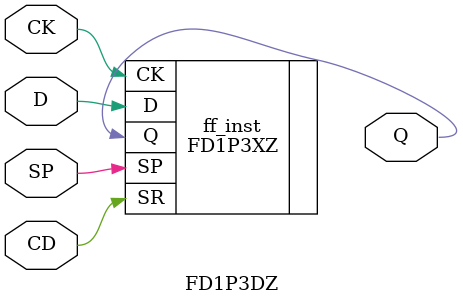
<source format=v>
`timescale 1ns/1ns
module FD1P3DZ(D, CK, SP, CD, Q); // synthesis syn_black_box
    (* \desc = "data in" *)
    input D;
    (* \desc = "clock" *)
    input CK;
    (* \desc = "clock enable, active high" *)
    input SP;
    (* \desc = "clear, active high" *)
    input CD;
    (* \desc = "data out" *)
    output Q;

    FD1P3XZ ff_inst(.D(D), .SP(SP), .SR(CD), .CK(CK), .Q(Q));

    defparam ff_inst.REGSET = "RESET";
    defparam ff_inst.SRMODE = "ASYNC";

endmodule

</source>
